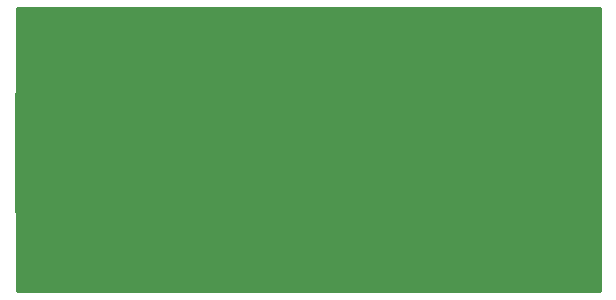
<source format=gbl>
G04 #@! TF.FileFunction,Copper,L2,Bot,Signal*
%FSLAX46Y46*%
G04 Gerber Fmt 4.6, Leading zero omitted, Abs format (unit mm)*
G04 Created by KiCad (PCBNEW 4.0.6) date 10/14/17 13:03:26*
%MOMM*%
%LPD*%
G01*
G04 APERTURE LIST*
%ADD10C,0.100000*%
%ADD11R,7.620000X10.160000*%
%ADD12C,0.685800*%
%ADD13C,0.254000*%
G04 APERTURE END LIST*
D10*
D11*
X105918000Y-63754000D03*
X147828000Y-63754000D03*
D12*
X127000000Y-66675000D03*
D13*
G36*
X151690000Y-75490000D02*
X102310000Y-75490000D01*
X102310000Y-51510000D01*
X151690000Y-51510000D01*
X151690000Y-75490000D01*
X151690000Y-75490000D01*
G37*
X151690000Y-75490000D02*
X102310000Y-75490000D01*
X102310000Y-51510000D01*
X151690000Y-51510000D01*
X151690000Y-75490000D01*
M02*

</source>
